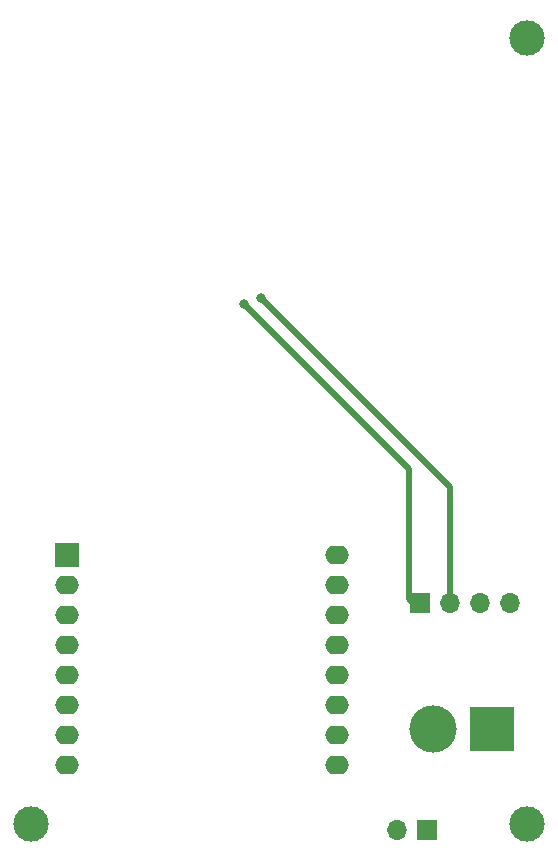
<source format=gbr>
%TF.GenerationSoftware,KiCad,Pcbnew,6.0.6-1.fc36*%
%TF.CreationDate,2022-07-27T02:29:56+02:00*%
%TF.ProjectId,breakout board,62726561-6b6f-4757-9420-626f6172642e,rev?*%
%TF.SameCoordinates,Original*%
%TF.FileFunction,Copper,L2,Bot*%
%TF.FilePolarity,Positive*%
%FSLAX46Y46*%
G04 Gerber Fmt 4.6, Leading zero omitted, Abs format (unit mm)*
G04 Created by KiCad (PCBNEW 6.0.6-1.fc36) date 2022-07-27 02:29:56*
%MOMM*%
%LPD*%
G01*
G04 APERTURE LIST*
%TA.AperFunction,ComponentPad*%
%ADD10O,1.700000X1.700000*%
%TD*%
%TA.AperFunction,ComponentPad*%
%ADD11R,1.700000X1.700000*%
%TD*%
%TA.AperFunction,ComponentPad*%
%ADD12R,2.000000X2.000000*%
%TD*%
%TA.AperFunction,ComponentPad*%
%ADD13O,2.000000X1.600000*%
%TD*%
%TA.AperFunction,ComponentPad*%
%ADD14R,3.800000X3.800000*%
%TD*%
%TA.AperFunction,ComponentPad*%
%ADD15C,4.000000*%
%TD*%
%TA.AperFunction,ViaPad*%
%ADD16C,0.800000*%
%TD*%
%TA.AperFunction,ViaPad*%
%ADD17C,3.000000*%
%TD*%
%TA.AperFunction,Conductor*%
%ADD18C,0.500000*%
%TD*%
G04 APERTURE END LIST*
D10*
%TO.P,J2,4,Pin_4*%
%TO.N,/BME_SDA*%
X137090000Y-91310000D03*
%TO.P,J2,3,Pin_3*%
%TO.N,/BME_SCL*%
X134550000Y-91310000D03*
%TO.P,J2,2,Pin_2*%
%TO.N,/GND*%
X132010000Y-91310000D03*
D11*
%TO.P,J2,1,Pin_1*%
%TO.N,/Vcc*%
X129470000Y-91310000D03*
%TD*%
D12*
%TO.P,U1,1,~{RST}*%
%TO.N,/RST*%
X99555000Y-87270000D03*
D13*
%TO.P,U1,2,A0*%
%TO.N,unconnected-(U1-Pad2)*%
X99555000Y-89810000D03*
%TO.P,U1,3,D0*%
%TO.N,/D0*%
X99555000Y-92350000D03*
%TO.P,U1,4,SCK/D5*%
%TO.N,unconnected-(U1-Pad4)*%
X99555000Y-94890000D03*
%TO.P,U1,5,MISO/D6*%
%TO.N,unconnected-(U1-Pad5)*%
X99555000Y-97430000D03*
%TO.P,U1,6,MOSI/D7*%
%TO.N,unconnected-(U1-Pad6)*%
X99555000Y-99970000D03*
%TO.P,U1,7,CS/D8*%
%TO.N,unconnected-(U1-Pad7)*%
X99555000Y-102510000D03*
%TO.P,U1,8,3V3*%
%TO.N,unconnected-(U1-Pad8)*%
X99555000Y-105050000D03*
%TO.P,U1,9,5V*%
%TO.N,/Vcc*%
X122415000Y-105050000D03*
%TO.P,U1,10,GND*%
%TO.N,/GND*%
X122415000Y-102510000D03*
%TO.P,U1,11,D4*%
%TO.N,unconnected-(U1-Pad11)*%
X122415000Y-99970000D03*
%TO.P,U1,12,D3*%
%TO.N,unconnected-(U1-Pad12)*%
X122415000Y-97430000D03*
%TO.P,U1,13,SDA/D2*%
%TO.N,/BME_SDA*%
X122415000Y-94890000D03*
%TO.P,U1,14,SCL/D1*%
%TO.N,/BME_SCL*%
X122415000Y-92350000D03*
%TO.P,U1,15,RX*%
%TO.N,/PMS_TX*%
X122415000Y-89810000D03*
%TO.P,U1,16,TX*%
%TO.N,/PMS_RX*%
X122415000Y-87270000D03*
%TD*%
D11*
%TO.P,J4,1,Pin_1*%
%TO.N,/D0*%
X130000000Y-110500000D03*
D10*
%TO.P,J4,2,Pin_2*%
%TO.N,/RST*%
X127460000Y-110500000D03*
%TD*%
D14*
%TO.P,J3,1,Pin_1*%
%TO.N,/GND*%
X135500000Y-102000000D03*
D15*
%TO.P,J3,2,Pin_2*%
%TO.N,/Vcc*%
X130500000Y-102000000D03*
%TD*%
D16*
%TO.N,/GND*%
X116000000Y-65500000D03*
%TO.N,/Vcc*%
X114500000Y-66000000D03*
D17*
%TO.N,*%
X96500000Y-110000000D03*
X138500000Y-110000000D03*
X138500000Y-43500000D03*
%TD*%
D18*
%TO.N,/GND*%
X116000000Y-65500000D02*
X132010000Y-81510000D01*
X132010000Y-81510000D02*
X132010000Y-91310000D01*
%TO.N,/Vcc*%
X114500000Y-66000000D02*
X128500000Y-80000000D01*
X128500000Y-80000000D02*
X128500000Y-91000000D01*
X128500000Y-91000000D02*
X128810000Y-91310000D01*
X128810000Y-91310000D02*
X129470000Y-91310000D01*
%TD*%
M02*

</source>
